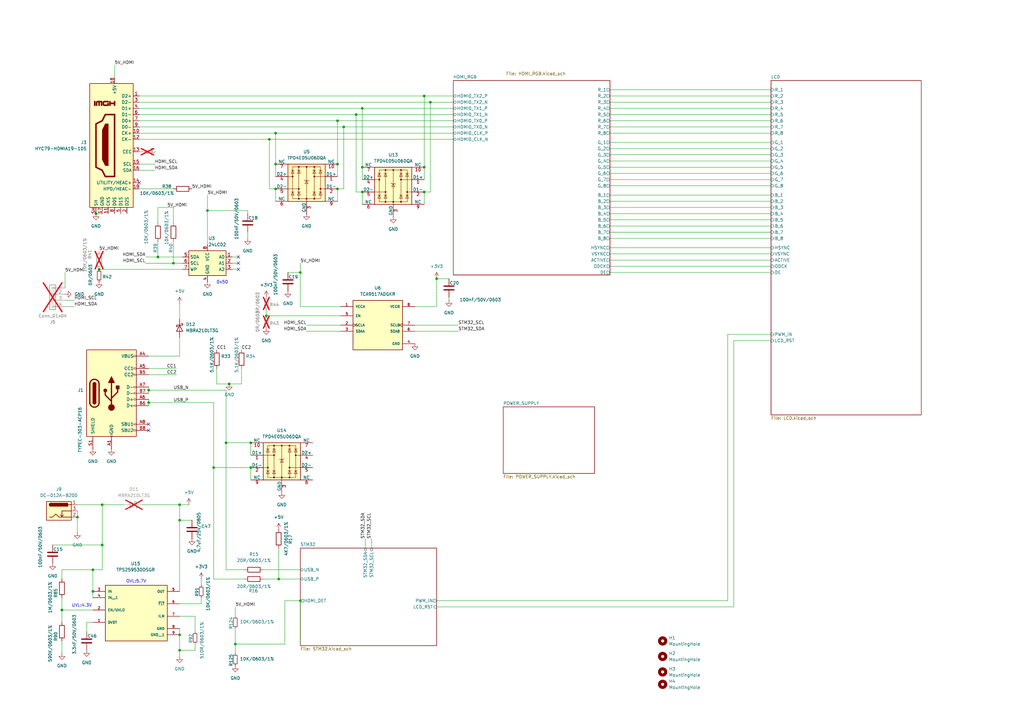
<source format=kicad_sch>
(kicad_sch (version 20231120) (generator "eeschema") (generator_version "8.0")
  (paper "A3")
  (lib_symbols
    (symbol "Connector:Barrel_Jack_Switch" (pin_names hide)
      (property "Reference" "J" (at 0 5.334 0))
      (property "Value" "Barrel_Jack_Switch" (at 0 -5.08 0))
      (symbol "Barrel_Jack_Switch_1_1"
        (pin passive line (at 7.62 2.54 180) (length 2.54) (name "~") (number "1"))
        (pin passive line (at 7.62 -2.54 180) (length 2.54) (name "~") (number "2"))
        (pin passive line (at 7.62 0 180) (length 2.54) (name "~") (number "3"))
      )
    )
    (symbol "Connector:HDMI_A_1.4"
      (property "Reference" "J" (at -6.35 26.67 0))
      (property "Value" "HDMI_A_1.4" (at 10.16 26.67 0))
      (symbol "HDMI_A_1.4_1_1"
        (pin passive line (at -10.16 20.32 0) (length 2.54) (name "D2+") (number "1"))
        (pin passive line (at -10.16 5.08 0) (length 2.54) (name "CK+") (number "10"))
        (pin power_in line (at 2.54 -27.94 90) (length 2.54) (name "CKS") (number "11"))
        (pin passive line (at -10.16 2.54 0) (length 2.54) (name "CK-") (number "12"))
        (pin bidirectional line (at -10.16 -2.54 0) (length 2.54) (name "CEC") (number "13"))
        (pin passive line (at -10.16 -15.24 0) (length 2.54) (name "UTILITY/HEAC+") (number "14"))
        (pin passive line (at -10.16 -7.62 0) (length 2.54) (name "SCL") (number "15"))
        (pin bidirectional line (at -10.16 -10.16 0) (length 2.54) (name "SDA") (number "16"))
        (pin power_in line (at 5.08 -27.94 90) (length 2.54) (name "GND") (number "17"))
        (pin power_in line (at 0 27.94 270) (length 2.54) (name "+5V") (number "18"))
        (pin passive line (at -10.16 -17.78 0) (length 2.54) (name "HPD/HEAC-") (number "19"))
        (pin power_in line (at -5.08 -27.94 90) (length 2.54) (name "D2S") (number "2"))
        (pin passive line (at -10.16 17.78 0) (length 2.54) (name "D2-") (number "3"))
        (pin passive line (at -10.16 15.24 0) (length 2.54) (name "D1+") (number "4"))
        (pin power_in line (at -2.54 -27.94 90) (length 2.54) (name "D1S") (number "5"))
        (pin passive line (at -10.16 12.7 0) (length 2.54) (name "D1-") (number "6"))
        (pin passive line (at -10.16 10.16 0) (length 2.54) (name "D0+") (number "7"))
        (pin power_in line (at 0 -27.94 90) (length 2.54) (name "D0S") (number "8"))
        (pin passive line (at -10.16 7.62 0) (length 2.54) (name "D0-") (number "9"))
        (pin passive line (at 7.62 -27.94 90) (length 2.54) (name "SH") (number "SH"))
      )
    )
    (symbol "Connector:TestPoint" (pin_numbers hide) (pin_names (offset 0.762) hide)
      (property "Reference" "TP" (at 0 6.858 0))
      (property "Value" "TestPoint" (at 0 5.08 0))
      (symbol "TestPoint_1_1"
        (pin passive line (at 0 0 90) (length 2.54) (name "1") (number "1"))
      )
    )
    (symbol "Connector:USB_C_Receptacle_USB2.0_16P" (pin_names (offset 1.016))
      (property "Reference" "J" (at 0 22.225 0))
      (property "Value" "USB_C_Receptacle_USB2.0_16P" (at 0 19.685 0))
      (symbol "USB_C_Receptacle_USB2.0_16P_1_1"
        (pin passive line (at 0 -22.86 90) (length 5.08) (name "GND") (number "A1"))
        (pin passive line (at 0 -22.86 90) (length 5.08) hide (name "GND") (number "A12"))
        (pin passive line (at 15.24 15.24 180) (length 5.08) (name "VBUS") (number "A4"))
        (pin bidirectional line (at 15.24 10.16 180) (length 5.08) (name "CC1") (number "A5"))
        (pin bidirectional line (at 15.24 -2.54 180) (length 5.08) (name "D+") (number "A6"))
        (pin bidirectional line (at 15.24 2.54 180) (length 5.08) (name "D-") (number "A7"))
        (pin bidirectional line (at 15.24 -12.7 180) (length 5.08) (name "SBU1") (number "A8"))
        (pin passive line (at 15.24 15.24 180) (length 5.08) hide (name "VBUS") (number "A9"))
        (pin passive line (at 0 -22.86 90) (length 5.08) hide (name "GND") (number "B1"))
        (pin passive line (at 0 -22.86 90) (length 5.08) hide (name "GND") (number "B12"))
        (pin passive line (at 15.24 15.24 180) (length 5.08) hide (name "VBUS") (number "B4"))
        (pin bidirectional line (at 15.24 7.62 180) (length 5.08) (name "CC2") (number "B5"))
        (pin bidirectional line (at 15.24 -5.08 180) (length 5.08) (name "D+") (number "B6"))
        (pin bidirectional line (at 15.24 0 180) (length 5.08) (name "D-") (number "B7"))
        (pin bidirectional line (at 15.24 -15.24 180) (length 5.08) (name "SBU2") (number "B8"))
        (pin passive line (at 15.24 15.24 180) (length 5.08) hide (name "VBUS") (number "B9"))
        (pin passive line (at -7.62 -22.86 90) (length 5.08) (name "SHIELD") (number "S1"))
      )
    )
    (symbol "Connector_Generic:Conn_01x04" (pin_names (offset 1.016) hide)
      (property "Reference" "J" (at 0 5.08 0))
      (property "Value" "Conn_01x04" (at 0 -7.62 0))
      (symbol "Conn_01x04_1_1"
        (pin passive line (at -5.08 2.54 0) (length 3.81) (name "Pin_1") (number "1"))
        (pin passive line (at -5.08 0 0) (length 3.81) (name "Pin_2") (number "2"))
        (pin passive line (at -5.08 -2.54 0) (length 3.81) (name "Pin_3") (number "3"))
        (pin passive line (at -5.08 -5.08 0) (length 3.81) (name "Pin_4") (number "4"))
      )
    )
    (symbol "Device:C" (pin_numbers hide) (pin_names (offset 0.254))
      (property "Reference" "C" (at 0.635 2.54 0))
      (property "Value" "C" (at 0.635 -2.54 0))
      (symbol "C_1_1"
        (pin passive line (at 0 3.81 270) (length 2.794) (name "~") (number "1"))
        (pin passive line (at 0 -3.81 90) (length 2.794) (name "~") (number "2"))
      )
    )
    (symbol "Device:R" (pin_numbers hide) (pin_names (offset 0))
      (property "Reference" "R" (at 2.032 0 90))
      (property "Value" "R" (at 0 0 90))
      (symbol "R_1_1"
        (pin passive line (at 0 3.81 270) (length 1.27) (name "~") (number "1"))
        (pin passive line (at 0 -3.81 90) (length 1.27) (name "~") (number "2"))
      )
    )
    (symbol "Device:R_Small" (pin_numbers hide) (pin_names (offset 0.254) hide)
      (property "Reference" "R" (at 0.762 0.508 0))
      (property "Value" "R_Small" (at 0.762 -1.016 0))
      (symbol "R_Small_1_1"
        (pin passive line (at 0 2.54 270) (length 0.762) (name "~") (number "1"))
        (pin passive line (at 0 -2.54 90) (length 0.762) (name "~") (number "2"))
      )
    )
    (symbol "Diode:MBRA340" (pin_numbers hide) (pin_names hide)
      (property "Reference" "D" (at 0 2.54 0))
      (property "Value" "MBRA340" (at 0 -2.54 0))
      (symbol "MBRA340_1_1"
        (pin passive line (at -3.81 0 0) (length 2.54) (name "K") (number "1"))
        (pin passive line (at 3.81 0 180) (length 2.54) (name "A") (number "2"))
      )
    )
    (symbol "Mechanical:MountingHole" (pin_names (offset 1.016)) (exclude_from_sim yes) (in_bom no)
      (property "Reference" "H" (at 0 5.08 0))
      (property "Value" "MountingHole" (at 0 3.175 0))
    )
    (symbol "Memory_EEPROM:24LC02"
      (property "Reference" "U" (at -6.35 6.35 0))
      (property "Value" "24LC02" (at 1.27 6.35 0))
      (symbol "24LC02_1_1"
        (pin input line (at -10.16 2.54 0) (length 2.54) (name "A0") (number "1"))
        (pin input line (at -10.16 0 0) (length 2.54) (name "A1") (number "2"))
        (pin input line (at -10.16 -2.54 0) (length 2.54) (name "A2") (number "3"))
        (pin power_in line (at 0 -7.62 90) (length 2.54) (name "GND") (number "4"))
        (pin bidirectional line (at 10.16 2.54 180) (length 2.54) (name "SDA") (number "5"))
        (pin input line (at 10.16 0 180) (length 2.54) (name "SCL") (number "6"))
        (pin input line (at 10.16 -2.54 180) (length 2.54) (name "WP") (number "7"))
        (pin power_in line (at 0 7.62 270) (length 2.54) (name "VCC") (number "8"))
      )
    )
    (symbol "Power_Protection:TPD4E05U06DQA" (pin_names (offset 0))
      (property "Reference" "U" (at -0.635 8.89 0))
      (property "Value" "TPD4E05U06DQA" (at 1.905 -10.16 0))
      (symbol "TPD4E05U06DQA_1_1"
        (pin passive line (at -12.7 2.54 0) (length 5.08) (name "D1+") (number "1"))
        (pin free line (at -12.7 7.62 0) (length 5.08) (name "NC") (number "10"))
        (pin passive line (at -12.7 -2.54 0) (length 5.08) (name "D1-") (number "2"))
        (pin power_in line (at 0 -12.7 90) (length 5.08) (name "GND") (number "3"))
        (pin passive line (at 12.7 2.54 180) (length 5.08) (name "D2+") (number "4"))
        (pin passive line (at 12.7 -2.54 180) (length 5.08) (name "D2-") (number "5"))
        (pin free line (at 12.7 -7.62 180) (length 5.08) (name "NC") (number "6"))
        (pin free line (at 12.7 7.62 180) (length 5.08) (name "NC") (number "7"))
        (pin passive line (at 0 -12.7 90) (length 5.08) hide (name "GND") (number "8"))
        (pin free line (at -12.7 -7.62 0) (length 5.08) (name "NC") (number "9"))
      )
    )
    (symbol "Thu_vien_kicad:R" (pin_numbers hide) (pin_names (offset 0))
      (property "Reference" "R" (at 2.032 0 90))
      (property "Value" "R" (at 0 0 90))
      (symbol "R_1_1"
        (pin passive line (at 0 3.81 270) (length 1.27) (name "~") (number "1"))
        (pin passive line (at 0 -3.81 90) (length 1.27) (name "~") (number "2"))
      )
    )
    (symbol "USBCtoMIPI:TCA9517ADGKR" (pin_names (offset 1.016))
      (property "Reference" "U" (at -10.16 10.922 0))
      (property "Value" "TCA9517ADGKR" (at -10.16 -12.7 0))
      (symbol "TCA9517ADGKR_0_0"
        (pin power_in line (at -15.24 7.62 0) (length 5.08) (name "VCCA") (number "1"))
        (pin bidirectional clock (at -15.24 0 0) (length 5.08) (name "SCLA") (number "2"))
        (pin bidirectional line (at -15.24 -2.54 0) (length 5.08) (name "SDAA") (number "3"))
        (pin power_in line (at 15.24 -7.62 180) (length 5.08) (name "GND") (number "4"))
        (pin input line (at -15.24 3.81 0) (length 5.08) (name "EN") (number "5"))
        (pin bidirectional line (at 15.24 -2.54 180) (length 5.08) (name "SDAB") (number "6"))
        (pin bidirectional clock (at 15.24 0 180) (length 5.08) (name "SCLB") (number "7"))
        (pin power_in line (at 15.24 7.62 180) (length 5.08) (name "VCCB") (number "8"))
      )
    )
    (symbol "USBCtoMIPI:TPS259530DSGR" (pin_names (offset 1.016))
      (property "Reference" "U" (at -12.7 10.668 0))
      (property "Value" "TPS259530DSGR" (at -12.7 -15.24 0))
      (symbol "TPS259530DSGR_0_0"
        (pin bidirectional line (at -17.78 -5.08 0) (length 5.08) (name "DVDT") (number "1"))
        (pin input line (at -17.78 0 0) (length 5.08) (name "EN/UVLO") (number "2"))
        (pin input line (at -17.78 7.62 0) (length 5.08) (name "IN") (number "3"))
        (pin input line (at -17.78 5.08 0) (length 5.08) (name "IN__1") (number "4"))
        (pin output line (at 17.78 7.62 180) (length 5.08) (name "OUT") (number "5"))
        (pin output line (at 17.78 2.54 180) (length 5.08) (name "~{FLT}") (number "6"))
        (pin bidirectional line (at 17.78 -2.54 180) (length 5.08) (name "ILM") (number "7"))
        (pin power_in line (at 17.78 -7.62 180) (length 5.08) (name "GND") (number "8"))
        (pin power_in line (at 17.78 -10.16 180) (length 5.08) (name "GND__1") (number "9"))
      )
    )
    (symbol "power:+3V3" (power) (pin_names (offset 0))
      (property "Value" "+3V3" (at 0 3.556 0))
      (symbol "+3V3_1_1"
        (pin power_in line (at 0 0 90) (length 0) hide (name "+3V3") (number "1"))
      )
    )
    (symbol "power:+5V" (power) (pin_numbers hide) (pin_names (offset 0) hide)
      (property "Value" "+5V" (at 0 3.556 0))
      (symbol "+5V_1_1"
        (pin power_in line (at 0 0 90) (length 0) (name "~") (number "1"))
      )
    )
    (symbol "power:GND" (power) (pin_numbers hide) (pin_names (offset 0) hide)
      (property "Value" "GND" (at 0 -3.81 0))
      (symbol "GND_1_1"
        (pin power_in line (at 0 0 270) (length 0) (name "~") (number "1"))
      )
    )
  )
  (junction (at 60.96 160.02))
  (junction (at 148.59 44.45))
  (junction (at 39.37 87.63))
  (junction (at 109.22 129.54))
  (junction (at 73.66 266.7))
  (junction (at 113.03 54.61))
  (junction (at 96.52 264.16))
  (junction (at 25.4 250.19))
  (junction (at 73.66 207.01))
  (junction (at 176.53 41.91))
  (junction (at 148.59 78.74))
  (junction (at 173.99 78.74))
  (junction (at 73.66 213.36))
  (junction (at 138.43 67.31))
  (junction (at 138.43 49.53))
  (junction (at 140.97 52.07))
  (junction (at 102.87 191.77))
  (junction (at 114.3 237.49))
  (junction (at 173.99 39.37))
  (junction (at 41.91 207.01))
  (junction (at 138.43 77.47))
  (junction (at 73.66 260.35))
  (junction (at 31.75 212.09))
  (junction (at 38.1 233.68))
  (junction (at 60.96 165.1))
  (junction (at 173.99 68.58))
  (junction (at 113.03 77.47))
  (junction (at 110.49 57.15))
  (junction (at 71.12 107.95))
  (junction (at 92.71 181.61))
  (junction (at 148.59 68.58))
  (junction (at 38.1 242.57))
  (junction (at 123.19 246.38))
  (junction (at 40.64 110.49))
  (junction (at 93.98 157.48))
  (junction (at 64.77 105.41))
  (junction (at 41.91 223.52))
  (junction (at 87.63 191.77))
  (junction (at 85.09 86.36))
  (junction (at 123.19 111.76))
  (junction (at 146.05 46.99))
  (junction (at 113.03 67.31))
  (junction (at 102.87 181.61))
  (junction (at 179.07 114.3))
  (no_connect (at 97.79 110.49))
  (no_connect (at 57.15 74.93))
  (no_connect (at 97.79 105.41))
  (no_connect (at 97.79 107.95))
  (no_connect (at 60.96 173.99))
  (no_connect (at 60.96 176.53))
  (wire (pts (xy 41.91 233.68) (xy 38.1 233.68)))
  (wire (pts (xy 100.33 233.68) (xy 92.71 233.68)))
  (wire (pts (xy 250.19 66.04) (xy 316.23 66.04)))
  (wire (pts (xy 110.49 77.47) (xy 110.49 57.15)))
  (wire (pts (xy 123.19 264.16) (xy 123.19 246.38)))
  (wire (pts (xy 87.63 237.49) (xy 100.33 237.49)))
  (wire (pts (xy 250.19 36.83) (xy 316.23 36.83)))
  (wire (pts (xy 85.09 80.01) (xy 85.09 86.36)))
  (wire (pts (xy 73.66 138.43) (xy 73.66 146.05)))
  (wire (pts (xy 179.07 248.92) (xy 300.99 248.92)))
  (wire (pts (xy 148.59 78.74) (xy 148.59 83.82)))
  (wire (pts (xy 25.4 250.19) (xy 38.1 250.19)))
  (wire (pts (xy 250.19 106.68) (xy 316.23 106.68)))
  (wire (pts (xy 60.96 160.02) (xy 60.96 161.29)))
  (wire (pts (xy 250.19 87.63) (xy 316.23 87.63)))
  (wire (pts (xy 118.11 111.76) (xy 123.19 111.76)))
  (wire (pts (xy 57.15 44.45) (xy 148.59 44.45)))
  (wire (pts (xy 57.15 67.31) (xy 63.5 67.31)))
  (wire (pts (xy 250.19 52.07) (xy 316.23 52.07)))
  (wire (pts (xy 102.87 181.61) (xy 102.87 186.69)))
  (wire (pts (xy 116.84 246.38) (xy 116.84 264.16)))
  (wire (pts (xy 170.18 133.35) (xy 187.96 133.35)))
  (wire (pts (xy 31.75 209.55) (xy 31.75 212.09)))
  (wire (pts (xy 250.19 101.6) (xy 316.23 101.6)))
  (wire (pts (xy 57.15 39.37) (xy 173.99 39.37)))
  (wire (pts (xy 60.96 158.75) (xy 60.96 160.02)))
  (wire (pts (xy 21.59 223.52) (xy 41.91 223.52)))
  (wire (pts (xy 85.09 86.36) (xy 101.6 86.36)))
  (wire (pts (xy 250.19 80.01) (xy 316.23 80.01)))
  (wire (pts (xy 73.66 260.35) (xy 73.66 266.7)))
  (wire (pts (xy 113.03 54.61) (xy 113.03 67.31)))
  (wire (pts (xy 110.49 57.15) (xy 185.928 57.15)))
  (wire (pts (xy 99.06 151.13) (xy 99.06 157.48)))
  (wire (pts (xy 138.43 77.47) (xy 138.43 82.55)))
  (wire (pts (xy 250.19 63.5) (xy 316.23 63.5)))
  (wire (pts (xy 149.86 220.98) (xy 149.86 224.79)))
  (wire (pts (xy 300.99 139.7) (xy 316.23 139.7)))
  (wire (pts (xy 250.19 95.25) (xy 316.23 95.25)))
  (wire (pts (xy 87.63 191.77) (xy 87.63 237.49)))
  (wire (pts (xy 41.91 207.01) (xy 41.91 223.52)))
  (wire (pts (xy 60.96 165.1) (xy 87.63 165.1)))
  (wire (pts (xy 38.1 242.57) (xy 38.1 245.11)))
  (wire (pts (xy 72.39 151.13) (xy 60.96 151.13)))
  (wire (pts (xy 59.69 107.95) (xy 71.12 107.95)))
  (wire (pts (xy 73.66 213.36) (xy 73.66 242.57)))
  (wire (pts (xy 173.99 78.74) (xy 176.53 78.74)))
  (wire (pts (xy 57.15 46.99) (xy 146.05 46.99)))
  (wire (pts (xy 250.19 104.14) (xy 316.23 104.14)))
  (wire (pts (xy 95.25 110.49) (xy 97.79 110.49)))
  (wire (pts (xy 138.43 77.47) (xy 140.97 77.47)))
  (wire (pts (xy 250.19 46.99) (xy 316.23 46.99)))
  (wire (pts (xy 125.73 135.89) (xy 139.7 135.89)))
  (wire (pts (xy 170.18 135.89) (xy 187.96 135.89)))
  (wire (pts (xy 250.19 109.22) (xy 316.23 109.22)))
  (wire (pts (xy 73.66 213.36) (xy 78.74 213.36)))
  (wire (pts (xy 59.69 105.41) (xy 64.77 105.41)))
  (wire (pts (xy 250.19 39.37) (xy 316.23 39.37)))
  (wire (pts (xy 73.66 257.81) (xy 73.66 260.35)))
  (wire (pts (xy 125.73 133.35) (xy 139.7 133.35)))
  (wire (pts (xy 250.19 90.17) (xy 316.23 90.17)))
  (wire (pts (xy 109.22 127) (xy 109.22 129.54)))
  (wire (pts (xy 140.97 77.47) (xy 140.97 52.07)))
  (wire (pts (xy 138.43 67.31) (xy 138.43 72.39)))
  (wire (pts (xy 57.15 52.07) (xy 140.97 52.07)))
  (wire (pts (xy 101.6 97.79) (xy 101.6 95.25)))
  (wire (pts (xy 38.1 233.68) (xy 38.1 242.57)))
  (wire (pts (xy 82.55 237.49) (xy 82.55 240.03)))
  (wire (pts (xy 250.19 92.71) (xy 316.23 92.71)))
  (wire (pts (xy 39.37 87.63) (xy 41.91 87.63)))
  (wire (pts (xy 73.66 252.73) (xy 80.01 252.73)))
  (wire (pts (xy 71.12 99.06) (xy 71.12 107.95)))
  (wire (pts (xy 250.19 71.12) (xy 316.23 71.12)))
  (wire (pts (xy 64.77 105.41) (xy 74.93 105.41)))
  (wire (pts (xy 64.77 99.06) (xy 64.77 105.41)))
  (wire (pts (xy 57.15 69.85) (xy 63.5 69.85)))
  (wire (pts (xy 25.4 245.11) (xy 25.4 250.19)))
  (wire (pts (xy 250.19 73.66) (xy 316.23 73.66)))
  (wire (pts (xy 250.19 54.61) (xy 316.23 54.61)))
  (wire (pts (xy 60.96 146.05) (xy 73.66 146.05)))
  (wire (pts (xy 113.03 54.61) (xy 185.928 54.61)))
  (wire (pts (xy 107.95 233.68) (xy 123.19 233.68)))
  (wire (pts (xy 173.99 39.37) (xy 185.928 39.37)))
  (wire (pts (xy 64.77 91.44) (xy 64.77 85.09)))
  (wire (pts (xy 250.19 60.96) (xy 316.23 60.96)))
  (wire (pts (xy 71.12 77.47) (xy 57.15 77.47)))
  (wire (pts (xy 250.19 97.79) (xy 316.23 97.79)))
  (wire (pts (xy 148.59 68.58) (xy 148.59 73.66)))
  (wire (pts (xy 95.25 107.95) (xy 97.79 107.95)))
  (wire (pts (xy 60.96 163.83) (xy 60.96 165.1)))
  (wire (pts (xy 173.99 78.74) (xy 173.99 83.82)))
  (wire (pts (xy 250.19 68.58) (xy 316.23 68.58)))
  (wire (pts (xy 96.52 257.81) (xy 96.52 264.16)))
  (wire (pts (xy 173.99 39.37) (xy 173.99 68.58)))
  (wire (pts (xy 93.98 157.48) (xy 88.9 157.48)))
  (wire (pts (xy 87.63 165.1) (xy 87.63 191.77)))
  (wire (pts (xy 64.77 85.09) (xy 71.12 85.09)))
  (wire (pts (xy 92.71 160.02) (xy 92.71 181.61)))
  (wire (pts (xy 41.91 207.01) (xy 50.8 207.01)))
  (wire (pts (xy 123.19 111.76) (xy 123.19 125.73)))
  (wire (pts (xy 87.63 191.77) (xy 102.87 191.77)))
  (wire (pts (xy 113.03 77.47) (xy 110.49 77.47)))
  (wire (pts (xy 71.12 107.95) (xy 74.93 107.95)))
  (wire (pts (xy 41.91 223.52) (xy 41.91 233.68)))
  (wire (pts (xy 146.05 78.74) (xy 146.05 46.99)))
  (wire (pts (xy 25.4 250.19) (xy 25.4 255.27)))
  (wire (pts (xy 176.53 41.91) (xy 176.53 78.74)))
  (wire (pts (xy 57.15 41.91) (xy 176.53 41.91)))
  (wire (pts (xy 73.66 207.01) (xy 73.66 213.36)))
  (wire (pts (xy 46.99 31.75) (xy 46.99 26.67)))
  (wire (pts (xy 35.56 259.08) (xy 35.56 255.27)))
  (wire (pts (xy 116.84 246.38) (xy 123.19 246.38)))
  (wire (pts (xy 99.06 157.48) (xy 93.98 157.48)))
  (wire (pts (xy 26.67 111.76) (xy 26.67 118.11)))
  (wire (pts (xy 113.03 77.47) (xy 113.03 82.55)))
  (wire (pts (xy 107.95 237.49) (xy 114.3 237.49)))
  (wire (pts (xy 25.4 233.68) (xy 38.1 233.68)))
  (wire (pts (xy 92.71 181.61) (xy 92.71 233.68)))
  (wire (pts (xy 250.19 82.55) (xy 316.23 82.55)))
  (wire (pts (xy 31.75 212.09) (xy 31.75 218.44)))
  (wire (pts (xy 139.7 125.73) (xy 123.19 125.73)))
  (wire (pts (xy 60.96 165.1) (xy 60.96 166.37)))
  (wire (pts (xy 179.07 114.3) (xy 184.15 114.3)))
  (wire (pts (xy 85.09 86.36) (xy 85.09 100.33)))
  (wire (pts (xy 138.43 49.53) (xy 138.43 67.31)))
  (wire (pts (xy 30.48 125.73) (xy 26.67 125.73)))
  (wire (pts (xy 40.64 110.49) (xy 74.93 110.49)))
  (wire (pts (xy 73.66 266.7) (xy 80.01 266.7)))
  (wire (pts (xy 31.75 207.01) (xy 41.91 207.01)))
  (wire (pts (xy 25.4 237.49) (xy 25.4 233.68)))
  (wire (pts (xy 88.9 157.48) (xy 88.9 151.13)))
  (wire (pts (xy 250.19 44.45) (xy 316.23 44.45)))
  (wire (pts (xy 80.01 252.73) (xy 80.01 259.08)))
  (wire (pts (xy 80.01 264.16) (xy 80.01 266.7)))
  (wire (pts (xy 57.15 54.61) (xy 113.03 54.61)))
  (wire (pts (xy 152.4 220.98) (xy 152.4 224.79)))
  (wire (pts (xy 148.59 44.45) (xy 148.59 68.58)))
  (wire (pts (xy 101.6 87.63) (xy 101.6 86.36)))
  (wire (pts (xy 109.22 129.54) (xy 139.7 129.54)))
  (wire (pts (xy 179.07 114.3) (xy 179.07 125.73)))
  (wire (pts (xy 170.18 125.73) (xy 179.07 125.73)))
  (wire (pts (xy 92.71 181.61) (xy 102.87 181.61)))
  (wire (pts (xy 57.15 49.53) (xy 138.43 49.53)))
  (wire (pts (xy 96.52 264.16) (xy 116.84 264.16)))
  (wire (pts (xy 250.19 111.76) (xy 316.23 111.76)))
  (wire (pts (xy 138.43 49.53) (xy 185.928 49.53)))
  (wire (pts (xy 114.3 237.49) (xy 123.19 237.49)))
  (wire (pts (xy 114.3 224.79) (xy 114.3 237.49)))
  (wire (pts (xy 96.52 264.16) (xy 96.52 267.97)))
  (wire (pts (xy 82.55 247.65) (xy 73.66 247.65)))
  (wire (pts (xy 96.52 248.92) (xy 96.52 252.73)))
  (wire (pts (xy 72.39 153.67) (xy 60.96 153.67)))
  (wire (pts (xy 123.19 107.95) (xy 123.19 111.76)))
  (wire (pts (xy 148.59 78.74) (xy 146.05 78.74)))
  (wire (pts (xy 250.19 58.42) (xy 316.23 58.42)))
  (wire (pts (xy 35.56 255.27) (xy 38.1 255.27)))
  (wire (pts (xy 179.07 246.38) (xy 298.45 246.38)))
  (wire (pts (xy 148.59 44.45) (xy 185.928 44.45)))
  (wire (pts (xy 25.4 267.97) (xy 25.4 262.89)))
  (wire (pts (xy 95.25 105.41) (xy 97.79 105.41)))
  (wire (pts (xy 30.48 123.19) (xy 26.67 123.19)))
  (wire (pts (xy 146.05 46.99) (xy 185.928 46.99)))
  (wire (pts (xy 316.23 137.16) (xy 298.45 137.16)))
  (wire (pts (xy 82.55 245.11) (xy 82.55 247.65)))
  (wire (pts (xy 250.19 85.09) (xy 316.23 85.09)))
  (wire (pts (xy 92.71 160.02) (xy 60.96 160.02)))
  (wire (pts (xy 71.12 85.09) (xy 71.12 91.44)))
  (wire (pts (xy 73.66 207.01) (xy 77.47 207.01)))
  (wire (pts (xy 102.87 191.77) (xy 102.87 196.85)))
  (wire (pts (xy 250.19 49.53) (xy 316.23 49.53)))
  (wire (pts (xy 73.66 124.46) (xy 73.66 130.81)))
  (wire (pts (xy 298.45 137.16) (xy 298.45 246.38)))
  (wire (pts (xy 58.42 207.01) (xy 73.66 207.01)))
  (wire (pts (xy 140.97 52.07) (xy 185.928 52.07)))
  (wire (pts (xy 250.19 41.91) (xy 316.23 41.91)))
  (wire (pts (xy 173.99 68.58) (xy 173.99 73.66)))
  (wire (pts (xy 113.03 67.31) (xy 113.03 72.39)))
  (wire (pts (xy 73.66 266.7) (xy 73.66 269.24)))
  (wire (pts (xy 184.15 123.19) (xy 184.15 121.92)))
  (wire (pts (xy 57.15 57.15) (xy 110.49 57.15)))
  (wire (pts (xy 300.99 248.92) (xy 300.99 139.7)))
  (wire (pts (xy 250.19 76.2) (xy 316.23 76.2)))
  (wire (pts (xy 176.53 41.91) (xy 185.928 41.91)))
  (text "0x50\n\n" (at 91.186 116.84 0) (effects (font (size 1.27 1.27))))
  (text "UVL:4.3V" (at 33.528 248.412 0) (effects (font (size 1.27 1.27))))
  (text "OVL:5.7V" (at 55.88 238.506 0) (effects (font (size 1.27 1.27))))
  (label "5V_HDMI" (at 78.74 77.47 0))
  (label "5V_HDMI" (at 96.52 248.92 0))
  (label "CC1" (at 88.9 143.51 0))
  (label "5V_HDMI" (at 26.67 111.76 0))
  (label "HDMI_SDA" (at 30.48 125.73 0))
  (label "CC2" (at 99.06 143.51 0))
  (label "USB_P" (at 71.12 165.1 0))
  (label "5V_HDMI" (at 46.99 26.67 0))
  (label "CC1" (at 72.39 151.13 180))
  (label "HDMI_SCL" (at 63.5 67.31 0))
  (label "STM32_SDA" (at 149.86 220.98 90))
  (label "STM32_SCL" (at 152.4 220.98 90))
  (label "5V_HDMI" (at 40.64 102.87 0))
  (label "CC2" (at 72.39 153.67 180))
  (label "5V_HDMI" (at 68.58 85.09 0))
  (label "STM32_SCL" (at 187.96 133.35 0))
  (label "HDMI_SCL" (at 30.48 123.19 0))
  (label "5V_HDMI" (at 85.09 80.01 0))
  (label "HDMI_SCL" (at 59.69 107.95 180))
  (label "HDMI_SDA" (at 125.73 135.89 180))
  (label "5V_HDMI" (at 123.19 107.95 0))
  (label "HDMI_SDA" (at 59.69 105.41 180))
  (label "USB_N" (at 71.12 160.02 0))
  (label "HDMI_SDA" (at 63.5 69.85 0))
  (label "HDMI_SCL" (at 125.73 133.35 180))
  (label "STM32_SDA" (at 187.96 135.89 0))
  (symbol (lib_id "power:GND") (at 39.37 87.63 0) (unit 1)
    (property "Reference" "#PWR0139" (effects (hide yes)))
    (property "Value" "GND" (at 39.37 92.71 0))
    (property "Description" "Power symbol creates a global label with name \"GND\" , ground" (effects (hide yes)))
  )
  (symbol (lib_id "Device:C") (at 101.6 91.44 0) (unit 1)
    (property "Reference" "C18" (at 101.854 89.408 0) (effects (justify left)))
    (property "Value" "100nF/50V/0603" (at 97.028 98.298 90) (effects (justify left)))
    (property "Footprint" "Capacitor_SMD:C_0603_1608Metric" (effects (hide yes)))
    (property "Description" "Unpolarized capacitor" (effects (hide yes)))
    (property "JLCPCB" "C6119867" (effects (hide yes)))
  )
  (symbol (lib_id "Power_Protection:TPD4E05U06DQA") (at 115.57 189.23 0) (unit 1)
    (property "Reference" "U14" (at 115.57 176.53 0))
    (property "Value" "TPD4E05U06DQA" (at 115.57 179.07 0))
    (property "Footprint" "Package_SON:USON-10_2.5x1.0mm_P0.5mm" (effects (hide yes)))
    (property "Datasheet" "https://www.ti.com/lit/ds/symlink/tpd4e05u06.pdf" (effects (hide yes)))
    (property "Description" "4-Channel ESD Protection for Super-Speed USB 3.0 Interface, USON-10" (effects (hide yes)))
    (property "JLCPCB" "C138714" (effects (hide yes)))
  )
  (symbol (lib_id "power:GND") (at 118.11 119.38 0) (unit 1)
    (property "Reference" "#PWR037" (effects (hide yes)))
    (property "Value" "GND" (at 118.11 124.46 0))
    (property "Description" "Power symbol creates a global label with name \"GND\" , ground" (effects (hide yes)))
  )
  (symbol (lib_id "Device:R") (at 64.77 95.25 0) (unit 1)
    (property "Reference" "R39" (at 63.754 99.822 90) (effects (justify right)))
    (property "Value" "10K/0603/1%" (at 59.944 86.106 90) (effects (justify right)))
    (property "Footprint" "Resistor_SMD:R_0603_1608Metric" (effects (hide yes)))
    (property "Description" "Resistor" (effects (hide yes)))
    (property "JLCPCB" "C2906982" (effects (hide yes)))
  )
  (symbol (lib_id "Device:R") (at 104.14 237.49 90) (unit 1)
    (property "Reference" "R16" (at 103.886 242.316 90))
    (property "Value" "20R/0603/1%" (at 104.14 240.538 90))
    (property "Footprint" "Resistor_SMD:R_0603_1608Metric" (effects (hide yes)))
    (property "Description" "Resistor" (effects (hide yes)))
    (property "JLCPCB" "C22950" (effects (hide yes)))
  )
  (symbol (lib_id "Mechanical:MountingHole") (at 271.78 269.24 0) (unit 1) (exclude_from_sim yes) (in_bom no)
    (property "Reference" "H2" (at 274.32 267.9699 0) (effects (justify left)))
    (property "Value" "MountingHole" (at 274.32 270.5099 0) (effects (justify left)))
    (property "Footprint" "MountingHole:MountingHole_3.2mm_M3" (effects (hide yes)))
    (property "Description" "Mounting Hole without connection" (effects (hide yes)))
  )
  (symbol (lib_id "Memory_EEPROM:24LC02") (at 85.09 107.95 0) (mirror y) (unit 1)
    (property "Reference" "U3" (at 85.4359 97.79 0) (effects (justify right)))
    (property "Value" "24LC02" (at 85.4359 100.33 0) (effects (justify right)))
    (property "Footprint" "Package_SO:SOIC-8_3.9x4.9mm_P1.27mm" (effects (hide yes)))
    (property "Datasheet" "http://ww1.microchip.com/downloads/en/DeviceDoc/21709c.pdf" (effects (hide yes)))
    (property "Description" "I2C Serial EEPROM, 2Kb, DIP-8/SOIC-8/TSSOP-8/DFN-8" (effects (hide yes)))
    (property "JLCPCB" "C5453" (effects (hide yes)))
  )
  (symbol (lib_id "Connector_Generic:Conn_01x04") (at 21.59 120.65 0) (mirror y) (unit 1) (dnp yes)
    (property "Reference" "J5" (at 21.59 132.08 0))
    (property "Value" "Conn_01x04" (at 21.59 129.54 0))
    (property "Footprint" "Connector_PinHeader_2.54mm:PinHeader_1x04_P2.54mm_Vertical" (effects (hide yes)))
    (property "Description" "Generic connector, single row, 01x04, script generated (kicad-library-utils/schlib/autogen/connector/)" (effects (hide yes)))
  )
  (symbol (lib_id "Thu_vien_kicad:R") (at 25.4 241.3 180) (unit 1)
    (property "Reference" "R85" (at 22.86 241.3 90) (effects (justify left)))
    (property "Value" "1M/0603/1%" (at 20.574 238.506 90) (effects (justify left)))
    (property "Footprint" "Resistor_SMD:R_0603_1608Metric" (effects (hide yes)))
    (property "JLCPCB" "C22935" (effects (hide yes)))
  )
  (symbol (lib_id "Device:R") (at 104.14 233.68 90) (unit 1)
    (property "Reference" "R15" (at 104.14 227.33 90))
    (property "Value" "20R/0603/1%" (at 104.14 229.87 90))
    (property "Footprint" "Resistor_SMD:R_0603_1608Metric" (effects (hide yes)))
    (property "Description" "Resistor" (effects (hide yes)))
    (property "JLCPCB" "C22950" (effects (hide yes)))
  )
  (symbol (lib_id "power:GND") (at 93.98 157.48 0) (unit 1)
    (property "Reference" "#PWR049" (effects (hide yes)))
    (property "Value" "GND" (at 94.107 161.8742 0))
  )
  (symbol (lib_id "Device:R_Small") (at 109.22 124.46 180) (unit 1) (dnp yes)
    (property "Reference" "R44" (at 112.522 124.968 0))
    (property "Value" "0R/0603" (at 105.664 124.206 90))
    (property "Footprint" "Resistor_SMD:R_0603_1608Metric" (effects (hide yes)))
    (property "Description" "Resistor, small symbol" (effects (hide yes)))
    (property "JLCPCB" "C21189" (effects (hide yes)))
  )
  (symbol (lib_id "USBCtoMIPI:TPS259530DSGR") (at 55.88 250.19 0) (unit 1)
    (property "Reference" "U15" (at 55.626 231.14 0))
    (property "Value" "TPS259530DSGR" (at 55.626 233.68 0))
    (property "Footprint" "USBToMIPI:SON50P200X200X80-9N" (effects (hide yes)))
    (property "JLCPCB" "C2155775" (effects (hide yes)))
  )
  (symbol (lib_id "Device:R") (at 74.93 77.47 270) (unit 1)
    (property "Reference" "R38" (at 70.358 76.454 90) (effects (justify right)))
    (property "Value" "10K/0603/1%" (at 71.374 79.248 90) (effects (justify right)))
    (property "Footprint" "Resistor_SMD:R_0603_1608Metric" (effects (hide yes)))
    (property "Description" "Resistor" (effects (hide yes)))
    (property "JLCPCB" "C2906982" (effects (hide yes)))
  )
  (symbol (lib_id "Device:R") (at 99.06 147.32 0) (unit 1)
    (property "Reference" "R34" (at 100.838 146.1516 0) (effects (justify left)))
    (property "Value" "5.1K/0603/1%" (at 97.028 152.908 90) (effects (justify left)))
    (property "Footprint" "Resistor_SMD:R_0603_1608Metric" (effects (hide yes)))
    (property "JLCPCB" "C105580" (effects (hide yes)))
  )
  (symbol (lib_id "power:GND") (at 45.72 184.15 0) (unit 1)
    (property "Reference" "#PWR029" (effects (hide yes)))
    (property "Value" "GND" (at 45.72 189.23 0))
    (property "Description" "Power symbol creates a global label with name \"GND\" , ground" (effects (hide yes)))
  )
  (symbol (lib_id "Device:C") (at 21.59 227.33 0) (unit 1)
    (property "Reference" "C15" (at 21.844 225.298 0) (effects (justify left)))
    (property "Value" "100nF/50V/0603" (at 16.51 232.918 90) (effects (justify left)))
    (property "Footprint" "Capacitor_SMD:C_0603_1608Metric" (effects (hide yes)))
    (property "Description" "Unpolarized capacitor" (effects (hide yes)))
    (property "JLCPCB" "C6119867" (effects (hide yes)))
  )
  (symbol (lib_id "power:GND") (at 40.64 115.57 0) (unit 1)
    (property "Reference" "#PWR034" (effects (hide yes)))
    (property "Value" "GND" (at 40.64 120.65 0))
    (property "Description" "Power symbol creates a global label with name \"GND\" , ground" (effects (hide yes)))
  )
  (symbol (lib_id "Device:R_Small") (at 109.22 132.08 180) (unit 1) (dnp yes)
    (property "Reference" "R43" (at 112.522 132.588 0))
    (property "Value" "0R/0603" (at 105.664 131.826 90))
    (property "Footprint" "Resistor_SMD:R_0603_1608Metric" (effects (hide yes)))
    (property "Description" "Resistor, small symbol" (effects (hide yes)))
    (property "JLCPCB" "C21189" (effects (hide yes)))
  )
  (symbol (lib_id "Power_Protection:TPD4E05U06DQA") (at 161.29 76.2 0) (mirror y) (unit 1)
    (property "Reference" "U13" (at 161.29 63.5 0))
    (property "Value" "TPD4E05U06DQA" (at 161.29 66.04 0))
    (property "Footprint" "Package_SON:USON-10_2.5x1.0mm_P0.5mm" (effects (hide yes)))
    (property "Datasheet" "https://www.ti.com/lit/ds/symlink/tpd4e05u06.pdf" (effects (hide yes)))
    (property "Description" "4-Channel ESD Protection for Super-Speed USB 3.0 Interface, USON-10" (effects (hide yes)))
    (property "JLCPCB" "C138714" (effects (hide yes)))
  )
  (symbol (lib_id "power:GND") (at 109.22 134.62 0) (unit 1)
    (property "Reference" "#PWR057" (effects (hide yes)))
    (property "Value" "GND" (at 109.22 139.7 0))
    (property "Description" "Power symbol creates a global label with name \"GND\" , ground" (effects (hide yes)))
  )
  (symbol (lib_id "power:GND") (at 26.67 120.65 90) (unit 1)
    (property "Reference" "#PWR036" (effects (hide yes)))
    (property "Value" "GND" (at 30.48 120.6499 90) (effects (justify right)))
    (property "Description" "Power symbol creates a global label with name \"GND\" , ground" (effects (hide yes)))
  )
  (symbol (lib_id "Device:C") (at 35.56 262.89 0) (unit 1)
    (property "Reference" "C46" (at 35.814 260.858 0) (effects (justify left)))
    (property "Value" "3.3nF/50V/0603" (at 30.48 268.478 90) (effects (justify left)))
    (property "Footprint" "Capacitor_SMD:C_0603_1608Metric" (effects (hide yes)))
    (property "Description" "Unpolarized capacitor" (effects (hide yes)))
    (property "JLCPCB" "C77036" (effects (hide yes)))
  )
  (symbol (lib_id "power:GND") (at 85.09 115.57 0) (unit 1)
    (property "Reference" "#PWR033" (effects (hide yes)))
    (property "Value" "GND" (at 85.09 120.65 0))
    (property "Description" "Power symbol creates a global label with name \"GND\" , ground" (effects (hide yes)))
  )
  (symbol (lib_id "Power_Protection:TPD4E05U06DQA") (at 125.73 74.93 0) (mirror y) (unit 1)
    (property "Reference" "U5" (at 125.73 62.23 0))
    (property "Value" "TPD4E05U06DQA" (at 125.73 64.77 0))
    (property "Footprint" "Package_SON:USON-10_2.5x1.0mm_P0.5mm" (effects (hide yes)))
    (property "Datasheet" "https://www.ti.com/lit/ds/symlink/tpd4e05u06.pdf" (effects (hide yes)))
    (property "Description" "4-Channel ESD Protection for Super-Speed USB 3.0 Interface, USON-10" (effects (hide yes)))
    (property "JLCPCB" "C138714" (effects (hide yes)))
  )
  (symbol (lib_id "power:GND") (at 96.52 273.05 0) (unit 1)
    (property "Reference" "#PWR0149" (effects (hide yes)))
    (property "Value" "GND" (at 96.52 278.13 0))
    (property "Description" "Power symbol creates a global label with name \"GND\" , ground" (effects (hide yes)))
  )
  (symbol (lib_id "power:GND") (at 184.15 123.19 0) (unit 1)
    (property "Reference" "#PWR039" (effects (hide yes)))
    (property "Value" "GND" (at 184.15 128.27 0))
    (property "Description" "Power symbol creates a global label with name \"GND\" , ground" (effects (hide yes)))
  )
  (symbol (lib_id "Device:R_Small") (at 80.01 261.62 180) (unit 1)
    (property "Reference" "R92" (at 78.232 261.874 90))
    (property "Value" "510R/0603/1%" (at 82.804 262.636 90))
    (property "Footprint" "Resistor_SMD:R_0603_1608Metric" (effects (hide yes)))
    (property "JLCPCB" "C23193" (effects (hide yes)))
  )
  (symbol (lib_id "Connector:Barrel_Jack_Switch") (at 24.13 209.55 0) (unit 1)
    (property "Reference" "J9" (at 24.13 200.66 0))
    (property "Value" "DC-012A-B200" (at 24.13 203.2 0))
    (property "Footprint" "USBToMIPI:TENSILITY_54-00287" (effects (hide yes)))
    (property "Description" "DC Barrel Jack with an internal switch" (effects (hide yes)))
    (property "JLCPCB" "C720563" (effects (hide yes)))
  )
  (symbol (lib_id "USBCtoMIPI:TCA9517ADGKR") (at 154.94 133.35 0) (unit 1)
    (property "Reference" "U6" (at 154.94 118.11 0))
    (property "Value" "TCA9517ADGKR" (at 154.94 120.65 0))
    (property "Footprint" "Package_SO:VSSOP-8_3.0x3.0mm_P0.65mm" (effects (hide yes)))
    (property "JLCPCB" "C201698" (effects (hide yes)))
  )
  (symbol (lib_id "Diode:MBRA340") (at 54.61 207.01 180) (unit 1) (dnp yes)
    (property "Reference" "D11" (at 54.9275 200.66 0))
    (property "Value" "MBRA210LT3G" (at 54.9275 203.2 0))
    (property "Footprint" "Diode_SMD:D_SMA" (effects (hide yes)))
    (property "JLCPCB" "C145190" (effects (hide yes)))
  )
  (symbol (lib_id "Device:C") (at 184.15 118.11 0) (unit 1)
    (property "Reference" "C20" (at 184.404 116.078 0) (effects (justify left)))
    (property "Value" "100nF/50V/0603" (at 188.468 122.936 0) (effects (justify left)))
    (property "Footprint" "Capacitor_SMD:C_0603_1608Metric" (effects (hide yes)))
    (property "Description" "Unpolarized capacitor" (effects (hide yes)))
    (property "JLCPCB" "C6119867" (effects (hide yes)))
  )
  (symbol (lib_id "power:GND") (at 161.29 88.9 0) (unit 1)
    (property "Reference" "#PWR051" (effects (hide yes)))
    (property "Value" "GND" (at 161.29 93.98 0))
    (property "Description" "Power symbol creates a global label with name \"GND\" , ground" (effects (hide yes)))
  )
  (symbol (lib_id "power:GND") (at 38.1 184.15 0) (unit 1)
    (property "Reference" "#PWR028" (effects (hide yes)))
    (property "Value" "GND" (at 38.1 189.23 0))
    (property "Description" "Power symbol creates a global label with name \"GND\" , ground" (effects (hide yes)))
  )
  (symbol (lib_id "power:GND") (at 101.6 97.79 0) (unit 1)
    (property "Reference" "#PWR035" (effects (hide yes)))
    (property "Value" "GND" (at 101.6 102.87 0))
    (property "Description" "Power symbol creates a global label with name \"GND\" , ground" (effects (hide yes)))
  )
  (symbol (lib_id "Device:C") (at 118.11 115.57 0) (unit 1)
    (property "Reference" "C19" (at 118.364 113.538 0) (effects (justify left)))
    (property "Value" "100nF/50V/0603" (at 113.03 121.158 90) (effects (justify left)))
    (property "Footprint" "Capacitor_SMD:C_0603_1608Metric" (effects (hide yes)))
    (property "Description" "Unpolarized capacitor" (effects (hide yes)))
    (property "JLCPCB" "C6119867" (effects (hide yes)))
  )
  (symbol (lib_id "Device:R_Small") (at 96.52 255.27 180) (unit 1)
    (property "Reference" "R124" (at 94.742 255.524 90))
    (property "Value" "10K/0603/1%" (at 105.41 255.016 0))
    (property "Footprint" "Resistor_SMD:R_0603_1608Metric" (effects (hide yes)))
    (property "JLCPCB" "C2906982" (effects (hide yes)))
  )
  (symbol (lib_id "power:GND") (at 21.59 231.14 0) (unit 1)
    (property "Reference" "#PWR0152" (effects (hide yes)))
    (property "Value" "GND" (at 21.59 236.22 0))
    (property "Description" "Power symbol creates a global label with name \"GND\" , ground" (effects (hide yes)))
  )
  (symbol (lib_id "Mechanical:MountingHole") (at 271.78 262.89 0) (unit 1) (exclude_from_sim yes) (in_bom no)
    (property "Reference" "H1" (at 274.32 261.6199 0) (effects (justify left)))
    (property "Value" "MountingHole" (at 274.32 264.1599 0) (effects (justify left)))
    (property "Footprint" "MountingHole:MountingHole_3.2mm_M3" (effects (hide yes)))
    (property "Description" "Mounting Hole without connection" (effects (hide yes)))
  )
  (symbol (lib_id "power:GND") (at 73.66 269.24 0) (unit 1)
    (property "Reference" "#PWR0157" (effects (hide yes)))
    (property "Value" "GND" (at 73.66 274.32 0))
    (property "Description" "Power symbol creates a global label with name \"GND\" , ground" (effects (hide yes)))
  )
  (symbol (lib_id "power:GND") (at 78.74 220.98 0) (unit 1)
    (property "Reference" "#PWR0155" (effects (hide yes)))
    (property "Value" "GND" (at 78.74 226.06 0))
    (property "Description" "Power symbol creates a global label with name \"GND\" , ground" (effects (hide yes)))
  )
  (symbol (lib_id "power:GND") (at 25.4 267.97 0) (unit 1)
    (property "Reference" "#PWR0153" (effects (hide yes)))
    (property "Value" "GND" (at 25.4 273.05 0))
    (property "Description" "Power symbol creates a global label with name \"GND\" , ground" (effects (hide yes)))
  )
  (symbol (lib_id "Mechanical:MountingHole") (at 271.78 280.67 0) (unit 1) (exclude_from_sim yes) (in_bom no)
    (property "Reference" "H4" (at 274.32 279.3999 0) (effects (justify left)))
    (property "Value" "MountingHole" (at 274.32 281.9399 0) (effects (justify left)))
    (property "Footprint" "MountingHole:MountingHole_3.2mm_M3" (effects (hide yes)))
    (property "Description" "Mounting Hole without connection" (effects (hide yes)))
  )
  (symbol (lib_id "power:+3V3") (at 109.22 121.92 0) (unit 1)
    (property "Reference" "#PWR056" (effects (hide yes)))
    (property "Value" "+3V3" (at 109.22 116.84 0))
    (property "Description" "Power symbol creates a global label with name \"+3V3\"" (effects (hide yes)))
  )
  (symbol (lib_id "Device:R") (at 71.12 95.25 0) (unit 1)
    (property "Reference" "R40" (at 70.104 99.822 90) (effects (justify right)))
    (property "Value" "10K/0603/1%" (at 68.326 86.36 90) (effects (justify right)))
    (property "Footprint" "Resistor_SMD:R_0603_1608Metric" (effects (hide yes)))
    (property "Description" "Resistor" (effects (hide yes)))
    (property "JLCPCB" "C2906982" (effects (hide yes)))
  )
  (symbol (lib_id "Device:R_Small") (at 40.64 113.03 180) (unit 1)
    (property "Reference" "R42" (at 43.942 113.538 0))
    (property "Value" "0R/0603" (at 37.084 112.776 90))
    (property "Footprint" "Resistor_SMD:R_0603_1608Metric" (effects (hide yes)))
    (property "Description" "Resistor, small symbol" (effects (hide yes)))
    (property "JLCPCB" "C21189" (effects (hide yes)))
  )
  (symbol (lib_id "Connector:USB_C_Receptacle_USB2.0_16P") (at 45.72 161.29 0) (unit 1)
    (property "Reference" "J1" (at 34.29 160.0199 0) (effects (justify right)))
    (property "Value" "TYPEC-303-ACP16" (at 32.766 166.878 90) (effects (justify right)))
    (property "Footprint" "USBToMIPI:GCT_USB4120-03-C_REVA" (effects (hide yes)))
    (property "JLCPCB" "C720628" (effects (hide yes)))
  )
  (symbol (lib_id "Device:R") (at 114.3 220.98 180) (unit 1)
    (property "Reference" "R17" (at 119.126 221.234 90))
    (property "Value" "4K7/0603/1%" (at 117.348 220.98 90))
    (property "Footprint" "Resistor_SMD:R_0603_1608Metric" (effects (hide yes)))
    (property "Description" "Resistor" (effects (hide yes)))
    (property "JLCPCB" "C99782" (effects (hide yes)))
  )
  (symbol (lib_id "Diode:MBRA340") (at 73.66 134.62 270) (unit 1)
    (property "Reference" "D12" (at 76.2 133.0324 90) (effects (justify left)))
    (property "Value" "MBRA210LT3G" (at 76.2 135.5724 90) (effects (justify left)))
    (property "Footprint" "Diode_SMD:D_SMA" (effects (hide yes)))
    (property "JLCPCB" "C145190" (effects (hide yes)))
  )
  (symbol (lib_id "power:+5V") (at 77.47 207.01 0) (unit 1)
    (property "Reference" "#PWR0151" (effects (hide yes)))
    (property "Value" "+5V" (at 77.47 201.93 0))
    (property "Description" "Power symbol creates a global label with name \"+5V\"" (effects (hide yes)))
  )
  (symbol (lib_id "Mechanical:MountingHole") (at 271.78 275.59 0) (unit 1) (exclude_from_sim yes) (in_bom no)
    (property "Reference" "H3" (at 274.32 274.3199 0) (effects (justify left)))
    (property "Value" "MountingHole" (at 274.32 276.8599 0) (effects (justify left)))
    (property "Footprint" "MountingHole:MountingHole_3.2mm_M3" (effects (hide yes)))
    (property "Description" "Mounting Hole without connection" (effects (hide yes)))
  )
  (symbol (lib_id "power:+5V") (at 73.66 124.46 0) (unit 1)
    (property "Reference" "#PWR055" (effects (hide yes)))
    (property "Value" "+5V" (at 73.66 119.38 0))
    (property "Description" "Power symbol creates a global label with name \"+5V\"" (effects (hide yes)))
  )
  (symbol (lib_id "Device:R") (at 88.9 147.32 0) (unit 1)
    (property "Reference" "R33" (at 90.678 146.1516 0) (effects (justify left)))
    (property "Value" "5.1K/0603/1%" (at 86.868 152.908 90) (effects (justify left)))
    (property "Footprint" "Resistor_SMD:R_0603_1608Metric" (effects (hide yes)))
    (property "JLCPCB" "C105580" (effects (hide yes)))
  )
  (symbol (lib_id "power:+5V") (at 114.3 217.17 0) (unit 1)
    (property "Reference" "#PWR027" (effects (hide yes)))
    (property "Value" "+5V" (at 114.3 212.09 0))
    (property "Description" "Power symbol creates a global label with name \"+5V\"" (effects (hide yes)))
  )
  (symbol (lib_id "power:GND") (at 35.56 266.7 0) (unit 1)
    (property "Reference" "#PWR0154" (effects (hide yes)))
    (property "Value" "GND" (at 35.56 271.78 0))
    (property "Description" "Power symbol creates a global label with name \"GND\" , ground" (effects (hide yes)))
  )
  (symbol (lib_id "power:GND") (at 170.18 140.97 0) (unit 1)
    (property "Reference" "#PWR040" (effects (hide yes)))
    (property "Value" "GND" (at 170.18 146.05 0))
    (property "Description" "Power symbol creates a global label with name \"GND\" , ground" (effects (hide yes)))
  )
  (symbol (lib_id "Connector:HDMI_A_1.4") (at 46.99 59.69 0) (mirror y) (unit 1)
    (property "Reference" "J3" (at 35.56 58.4199 0) (effects (justify left)))
    (property "Value" "HYC79-HDMIA19-105" (at 35.56 60.9599 0) (effects (justify left)))
    (property "Footprint" "USBToMIPI:MOLEX_476591101" (effects (hide yes)))
    (property "Datasheet" "https://en.wikipedia.org/wiki/HDMI" (effects (hide yes)))
    (property "Description" "HDMI 1.4+ type A connector" (effects (hide yes)))
    (property "JLCPCB" "C711353" (effects (hide yes)))
  )
  (symbol (lib_id "Device:R") (at 40.64 106.68 0) (unit 1) (dnp yes)
    (property "Reference" "R41" (at 36.83 102.362 90) (effects (justify right)))
    (property "Value" "10K/0603/1%" (at 34.798 97.536 90) (effects (justify right)))
    (property "Footprint" "Resistor_SMD:R_0603_1608Metric" (effects (hide yes)))
    (property "Description" "Resistor" (effects (hide yes)))
    (property "JLCPCB" "C2906982" (effects (hide yes)))
  )
  (symbol (lib_id "Thu_vien_kicad:R") (at 25.4 259.08 180) (unit 1)
    (property "Reference" "R90" (at 22.86 259.08 90) (effects (justify left)))
    (property "Value" "590K/0603/1%" (at 20.574 256.286 90) (effects (justify left)))
    (property "Footprint" "Resistor_SMD:R_0603_1608Metric" (effects (hide yes)))
    (property "JLCPCB" "C5126105" (effects (hide yes)))
  )
  (symbol (lib_id "Device:R_Small") (at 82.55 242.57 180) (unit 1)
    (property "Reference" "R91" (at 80.772 242.824 90))
    (property "Value" "10K/0603/1%" (at 85.344 243.586 90))
    (property "Footprint" "Resistor_SMD:R_0603_1608Metric" (effects (hide yes)))
    (property "JLCPCB" "C2906982" (effects (hide yes)))
  )
  (symbol (lib_id "power:+3V3") (at 82.55 237.49 0) (unit 1)
    (property "Reference" "#PWR0156" (effects (hide yes)))
    (property "Value" "+3V3" (at 82.55 232.41 0))
    (property "Description" "Power symbol creates a global label with name \"+3V3\"" (effects (hide yes)))
  )
  (symbol (lib_id "Device:R_Small") (at 96.52 270.51 180) (unit 1)
    (property "Reference" "R125" (at 94.742 270.764 90))
    (property "Value" "10K/0603/1%" (at 105.41 270.256 0))
    (property "Footprint" "Resistor_SMD:R_0603_1608Metric" (effects (hide yes)))
    (property "JLCPCB" "C2906982" (effects (hide yes)))
  )
  (symbol (lib_id "Connector:TestPoint") (at 57.15 62.23 270) (unit 1) (in_bom no) (dnp yes)
    (property "Reference" "TP9" (at 62.738 62.23 0))
    (property "Value" "~" (at 63.5 62.23 0))
    (property "Footprint" "TestPoint:TestPoint_Pad_D1.0mm" (effects (hide yes)))
  )
  (symbol (lib_id "power:+3V3") (at 179.07 114.3 0) (unit 1)
    (property "Reference" "#PWR038" (effects (hide yes)))
    (property "Value" "+3V3" (at 179.07 109.22 0))
    (property "Description" "Power symbol creates a global label with name \"+3V3\"" (effects (hide yes)))
  )
  (symbol (lib_id "power:GND") (at 115.57 201.93 0) (unit 1)
    (property "Reference" "#PWR052" (effects (hide yes)))
    (property "Value" "GND" (at 115.57 207.01 0))
    (property "Description" "Power symbol creates a global label with name \"GND\" , ground" (effects (hide yes)))
  )
  (symbol (lib_id "power:GND") (at 31.75 218.44 0) (unit 1)
    (property "Reference" "#PWR0150" (effects (hide yes)))
    (property "Value" "GND" (at 31.75 223.52 0))
    (property "Description" "Power symbol creates a global label with name \"GND\" , ground" (effects (hide yes)))
  )
  (symbol (lib_id "Device:C") (at 78.74 217.17 0) (unit 1)
    (property "Reference" "C47" (at 82.55 215.8999 0) (effects (justify left)))
    (property "Value" "4.7uF/25V/0805" (at 81.534 226.568 90) (effects (justify left)))
    (property "Footprint" "Capacitor_SMD:C_0805_2012Metric" (effects (hide yes)))
    (property "Description" "Unpolarized capacitor" (effects (hide yes)))
    (property "JLCPCB" "C1779" (effects (hide yes)))
  )
  (symbol (lib_id "power:GND") (at 125.73 87.63 0) (unit 1)
    (property "Reference" "#PWR050" (effects (hide yes)))
    (property "Value" "GND" (at 125.73 92.71 0))
    (property "Description" "Power symbol creates a global label with name \"GND\" , ground" (effects (hide yes)))
  )
  (sheet (at 316.23 33.02) (size 61.595 137.16) (stroke (width 0.1524))
    (property "Sheetname" "LCD" (at 316.23 32.3084 0) (effects (justify left bottom)))
    (property "Sheetfile" "LCD.kicad_sch" (at 316.23 170.7646 0) (effects (justify left top)))
    (pin "PWM_IN" input (at 316.23 137.16 180))
    (pin "LCD_RST" input (at 316.23 139.7 180))
    (pin "B_2" input (at 316.23 82.55 180))
    (pin "B_4" input (at 316.23 87.63 180))
    (pin "B_3" input (at 316.23 85.09 180))
    (pin "B_7" input (at 316.23 95.25 180))
    (pin "G_4" input (at 316.23 66.04 180))
    (pin "G_5" input (at 316.23 68.58 180))
    (pin "G_7" input (at 316.23 73.66 180))
    (pin "G_8" input (at 316.23 76.2 180))
    (pin "G_6" input (at 316.23 71.12 180))
    (pin "B_1" input (at 316.23 80.01 180))
    (pin "B_5" input (at 316.23 90.17 180))
    (pin "VSYNC" input (at 316.23 104.14 180))
    (pin "B_6" input (at 316.23 92.71 180))
    (pin "B_8" input (at 316.23 97.79 180))
    (pin "HSYNC" input (at 316.23 101.6 180))
    (pin "G_3" input (at 316.23 63.5 180))
    (pin "G_2" input (at 316.23 60.96 180))
    (pin "R_6" input (at 316.23 49.53 180))
    (pin "R_5" input (at 316.23 46.99 180))
    (pin "R_4" input (at 316.23 44.45 180))
    (pin "R_8" input (at 316.23 54.61 180))
    (pin "G_1" input (at 316.23 58.42 180))
    (pin "R_7" input (at 316.23 52.07 180))
    (pin "ODCK" input (at 316.23 109.22 180))
    (pin "R_3" input (at 316.23 41.91 180))
    (pin "R_2" input (at 316.23 39.37 180))
    (pin "R_1" input (at 316.23 36.83 180))
    (pin "DE" input (at 316.23 111.76 180))
    (pin "ACTIVE" input (at 316.23 106.68 180))
  )
  (sheet (at 185.928 33.02) (size 64.262 79.756) (stroke (width 0.1524))
    (property "Sheetname" "HDMI_RGB" (at 185.928 32.3084 0) (effects (justify left bottom)))
    (property "Sheetfile" "HDMI_RGB.kicad_sch" (at 207.518 29.464 0) (effects (justify left top)))
    (pin "R_2" output (at 250.19 39.37 0))
    (pin "R_3" output (at 250.19 41.91 0))
    (pin "R_4" output (at 250.19 44.45 0))
    (pin "R_1" output (at 250.19 36.83 0))
    (pin "R_5" output (at 250.19 46.99 0))
    (pin "R_8" output (at 250.19 54.61 0))
    (pin "R_7" output (at 250.19 52.07 0))
    (pin "R_6" output (at 250.19 49.53 0))
    (pin "G_4" output (at 250.19 66.04 0))
    (pin "G_5" output (at 250.19 68.58 0))
    (pin "G_3" output (at 250.19 63.5 0))
    (pin "G_6" output (at 250.19 71.12 0))
    (pin "G_7" output (at 250.19 73.66 0))
    (pin "G_8" output (at 250.19 76.2 0))
    (pin "ODCK" output (at 250.19 109.22 0))
    (pin "DE" output (at 250.19 111.76 0))
    (pin "ACTIVE" output (at 250.19 106.68 0))
    (pin "VSYNC" output (at 250.19 104.14 0))
    (pin "HSYNC" output (at 250.19 101.6 0))
    (pin "HDMI0_TX1_N" bidirectional (at 185.928 46.99 180))
    (pin "HDMI0_CLK_P" bidirectional (at 185.928 54.61 180))
    (pin "HDMI0_TX0_P" bidirectional (at 185.928 49.53 180))
    (pin "HDMI0_CLK_N" bidirectional (at 185.928 57.15 180))
    (pin "HDMI0_TX1_P" bidirectional (at 185.928 44.45 180))
    (pin "HDMI0_TX2_P" bidirectional (at 185.928 39.37 180))
    (pin "HDMI0_TX0_N" bidirectional (at 185.928 52.07 180))
    (pin "HDMI0_TX2_N" bidirectional (at 185.928 41.91 180))
    (pin "G_1" output (at 250.19 58.42 0))
    (pin "G_2" output (at 250.19 60.96 0))
    (pin "B_8" output (at 250.19 97.79 0))
    (pin "B_7" output (at 250.19 95.25 0))
    (pin "B_6" output (at 250.19 92.71 0))
    (pin "B_5" output (at 250.19 90.17 0))
    (pin "B_1" output (at 250.19 80.01 0))
    (pin "B_4" output (at 250.19 87.63 0))
    (pin "B_2" output (at 250.19 82.55 0))
    (pin "B_3" output (at 250.19 85.09 0))
  )
  (sheet (at 123.19 224.79) (size 55.88 40.005) (stroke (width 0.1524))
    (property "Sheetname" "STM32" (at 123.19 224.0784 0) (effects (justify left bottom)))
    (property "Sheetfile" "STM32.kicad_sch" (at 123.19 265.3796 0) (effects (justify left top)))
    (pin "USB_N" bidirectional (at 123.19 233.68 180))
    (pin "USB_P" bidirectional (at 123.19 237.49 180))
    (pin "PWM_IN" output (at 179.07 246.38 0))
    (pin "HDMI_DET" output (at 123.19 246.38 180))
    (pin "LCD_RST" input (at 179.07 248.92 0))
    (pin "STM32_SDA" bidirectional (at 149.86 224.79 90))
    (pin "STM32_SCL" bidirectional (at 152.4 224.79 90))
  )
  (sheet (at 206.375 166.878) (size 37.465 27.305) (stroke (width 0.1524))
    (property "Sheetname" "POWER_SUPPLY" (at 206.375 166.1664 0) (effects (justify left bottom)))
    (property "Sheetfile" "POWER_SUPPLY.kicad_sch" (at 206.375 194.7676 0) (effects (justify left top)))
  )
)
</source>
